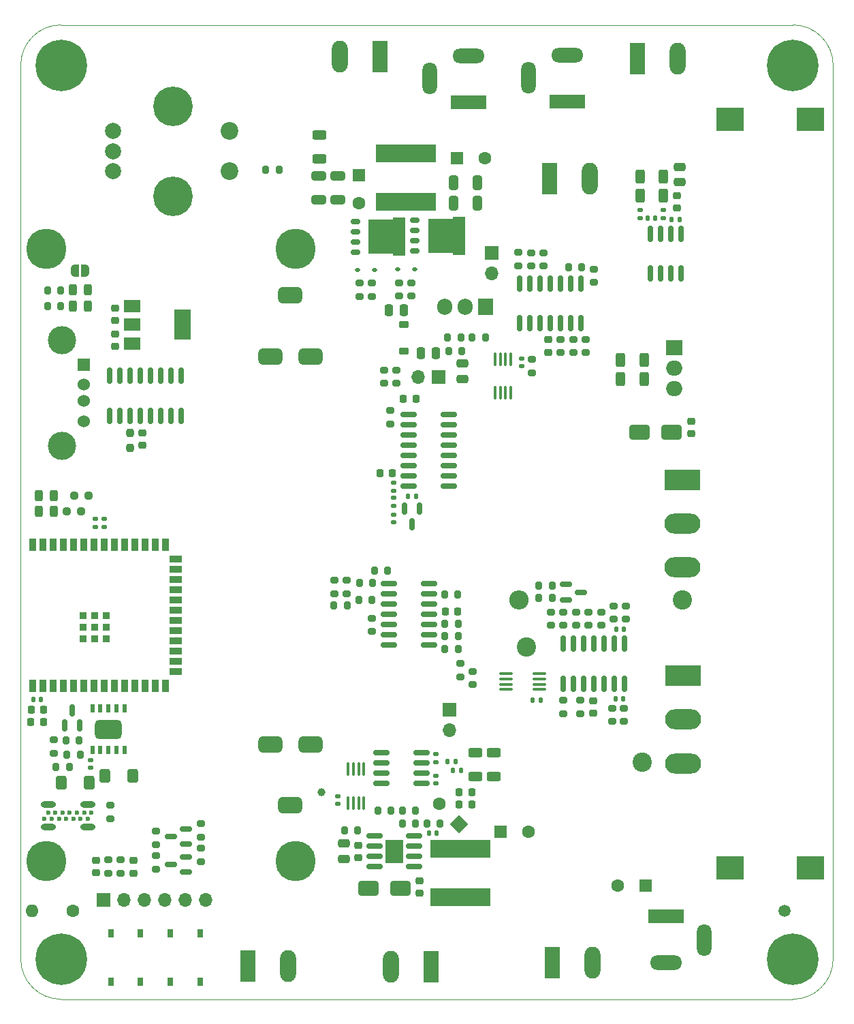
<source format=gbr>
%TF.GenerationSoftware,KiCad,Pcbnew,7.0.8*%
%TF.CreationDate,2023-10-31T22:13:39+02:00*%
%TF.ProjectId,Small_load_V1,536d616c-6c5f-46c6-9f61-645f56312e6b,rev?*%
%TF.SameCoordinates,Original*%
%TF.FileFunction,Soldermask,Top*%
%TF.FilePolarity,Negative*%
%FSLAX46Y46*%
G04 Gerber Fmt 4.6, Leading zero omitted, Abs format (unit mm)*
G04 Created by KiCad (PCBNEW 7.0.8) date 2023-10-31 22:13:39*
%MOMM*%
%LPD*%
G01*
G04 APERTURE LIST*
G04 Aperture macros list*
%AMRoundRect*
0 Rectangle with rounded corners*
0 $1 Rounding radius*
0 $2 $3 $4 $5 $6 $7 $8 $9 X,Y pos of 4 corners*
0 Add a 4 corners polygon primitive as box body*
4,1,4,$2,$3,$4,$5,$6,$7,$8,$9,$2,$3,0*
0 Add four circle primitives for the rounded corners*
1,1,$1+$1,$2,$3*
1,1,$1+$1,$4,$5*
1,1,$1+$1,$6,$7*
1,1,$1+$1,$8,$9*
0 Add four rect primitives between the rounded corners*
20,1,$1+$1,$2,$3,$4,$5,0*
20,1,$1+$1,$4,$5,$6,$7,0*
20,1,$1+$1,$6,$7,$8,$9,0*
20,1,$1+$1,$8,$9,$2,$3,0*%
%AMHorizOval*
0 Thick line with rounded ends*
0 $1 width*
0 $2 $3 position (X,Y) of the first rounded end (center of the circle)*
0 $4 $5 position (X,Y) of the second rounded end (center of the circle)*
0 Add line between two ends*
20,1,$1,$2,$3,$4,$5,0*
0 Add two circle primitives to create the rounded ends*
1,1,$1,$2,$3*
1,1,$1,$4,$5*%
%AMRotRect*
0 Rectangle, with rotation*
0 The origin of the aperture is its center*
0 $1 length*
0 $2 width*
0 $3 Rotation angle, in degrees counterclockwise*
0 Add horizontal line*
21,1,$1,$2,0,0,$3*%
%AMFreePoly0*
4,1,19,0.500000,-0.750000,0.000000,-0.750000,0.000000,-0.744911,-0.071157,-0.744911,-0.207708,-0.704816,-0.327430,-0.627875,-0.420627,-0.520320,-0.479746,-0.390866,-0.500000,-0.250000,-0.500000,0.250000,-0.479746,0.390866,-0.420627,0.520320,-0.327430,0.627875,-0.207708,0.704816,-0.071157,0.744911,0.000000,0.744911,0.000000,0.750000,0.500000,0.750000,0.500000,-0.750000,0.500000,-0.750000,
$1*%
%AMFreePoly1*
4,1,19,0.000000,0.744911,0.071157,0.744911,0.207708,0.704816,0.327430,0.627875,0.420627,0.520320,0.479746,0.390866,0.500000,0.250000,0.500000,-0.250000,0.479746,-0.390866,0.420627,-0.520320,0.327430,-0.627875,0.207708,-0.704816,0.071157,-0.744911,0.000000,-0.744911,0.000000,-0.750000,-0.500000,-0.750000,-0.500000,0.750000,0.000000,0.750000,0.000000,0.744911,0.000000,0.744911,
$1*%
G04 Aperture macros list end*
%ADD10RoundRect,0.200000X-0.275000X0.200000X-0.275000X-0.200000X0.275000X-0.200000X0.275000X0.200000X0*%
%ADD11R,0.700000X1.000000*%
%ADD12RoundRect,0.112500X-0.187500X-0.112500X0.187500X-0.112500X0.187500X0.112500X-0.187500X0.112500X0*%
%ADD13R,4.400000X1.800000*%
%ADD14O,4.000000X1.800000*%
%ADD15O,1.800000X4.000000*%
%ADD16RoundRect,0.250000X-0.650000X0.325000X-0.650000X-0.325000X0.650000X-0.325000X0.650000X0.325000X0*%
%ADD17RoundRect,0.150000X0.150000X-0.825000X0.150000X0.825000X-0.150000X0.825000X-0.150000X-0.825000X0*%
%ADD18RoundRect,0.225000X0.250000X-0.225000X0.250000X0.225000X-0.250000X0.225000X-0.250000X-0.225000X0*%
%ADD19RoundRect,0.200000X0.200000X0.275000X-0.200000X0.275000X-0.200000X-0.275000X0.200000X-0.275000X0*%
%ADD20RoundRect,0.135000X-0.185000X0.135000X-0.185000X-0.135000X0.185000X-0.135000X0.185000X0.135000X0*%
%ADD21RoundRect,0.200000X-0.200000X-0.275000X0.200000X-0.275000X0.200000X0.275000X-0.200000X0.275000X0*%
%ADD22RoundRect,0.243750X0.243750X0.456250X-0.243750X0.456250X-0.243750X-0.456250X0.243750X-0.456250X0*%
%ADD23R,1.524000X1.524000*%
%ADD24C,1.524000*%
%ADD25C,3.500000*%
%ADD26R,1.700000X1.700000*%
%ADD27O,1.700000X1.700000*%
%ADD28RoundRect,0.600000X1.100000X-0.600000X1.100000X0.600000X-1.100000X0.600000X-1.100000X-0.600000X0*%
%ADD29R,0.510000X1.100000*%
%ADD30RoundRect,0.225000X0.225000X0.250000X-0.225000X0.250000X-0.225000X-0.250000X0.225000X-0.250000X0*%
%ADD31RoundRect,0.200000X0.275000X-0.200000X0.275000X0.200000X-0.275000X0.200000X-0.275000X-0.200000X0*%
%ADD32RoundRect,0.140000X0.170000X-0.140000X0.170000X0.140000X-0.170000X0.140000X-0.170000X-0.140000X0*%
%ADD33RoundRect,0.140000X-0.170000X0.140000X-0.170000X-0.140000X0.170000X-0.140000X0.170000X0.140000X0*%
%ADD34RoundRect,0.225000X-0.250000X0.225000X-0.250000X-0.225000X0.250000X-0.225000X0.250000X0.225000X0*%
%ADD35C,3.600000*%
%ADD36C,6.400000*%
%ADD37R,1.980000X3.960000*%
%ADD38O,1.980000X3.960000*%
%ADD39RoundRect,0.140000X-0.140000X-0.170000X0.140000X-0.170000X0.140000X0.170000X-0.140000X0.170000X0*%
%ADD40R,1.510000X4.710000*%
%ADD41R,3.100000X4.210000*%
%ADD42RoundRect,0.175000X-0.400000X0.175000X-0.400000X-0.175000X0.400000X-0.175000X0.400000X0.175000X0*%
%ADD43RoundRect,0.250000X0.475000X-0.250000X0.475000X0.250000X-0.475000X0.250000X-0.475000X-0.250000X0*%
%ADD44C,2.000000*%
%ADD45C,4.920000*%
%ADD46C,2.200000*%
%ADD47R,2.000000X1.905000*%
%ADD48O,2.000000X1.905000*%
%ADD49C,5.000000*%
%ADD50RoundRect,0.140000X0.140000X0.170000X-0.140000X0.170000X-0.140000X-0.170000X0.140000X-0.170000X0*%
%ADD51R,4.500000X2.500000*%
%ADD52O,4.500000X2.500000*%
%ADD53RoundRect,0.135000X-0.135000X-0.185000X0.135000X-0.185000X0.135000X0.185000X-0.135000X0.185000X0*%
%ADD54RoundRect,0.237500X0.237500X-0.250000X0.237500X0.250000X-0.237500X0.250000X-0.237500X-0.250000X0*%
%ADD55R,7.500000X2.200000*%
%ADD56RoundRect,0.243750X-0.243750X-0.456250X0.243750X-0.456250X0.243750X0.456250X-0.243750X0.456250X0*%
%ADD57R,1.905000X2.000000*%
%ADD58O,1.905000X2.000000*%
%ADD59RoundRect,0.250000X1.000000X0.650000X-1.000000X0.650000X-1.000000X-0.650000X1.000000X-0.650000X0*%
%ADD60RoundRect,0.250000X-0.475000X0.250000X-0.475000X-0.250000X0.475000X-0.250000X0.475000X0.250000X0*%
%ADD61RoundRect,0.150000X-0.150000X0.587500X-0.150000X-0.587500X0.150000X-0.587500X0.150000X0.587500X0*%
%ADD62C,1.500000*%
%ADD63RoundRect,0.100000X0.100000X-0.712500X0.100000X0.712500X-0.100000X0.712500X-0.100000X-0.712500X0*%
%ADD64RoundRect,0.250000X-0.312500X-0.625000X0.312500X-0.625000X0.312500X0.625000X-0.312500X0.625000X0*%
%ADD65RoundRect,0.250000X-0.400000X-0.600000X0.400000X-0.600000X0.400000X0.600000X-0.400000X0.600000X0*%
%ADD66RoundRect,0.250000X0.625000X-0.312500X0.625000X0.312500X-0.625000X0.312500X-0.625000X-0.312500X0*%
%ADD67RoundRect,0.250000X0.250000X0.475000X-0.250000X0.475000X-0.250000X-0.475000X0.250000X-0.475000X0*%
%ADD68RoundRect,0.150000X0.587500X0.150000X-0.587500X0.150000X-0.587500X-0.150000X0.587500X-0.150000X0*%
%ADD69RoundRect,0.135000X0.185000X-0.135000X0.185000X0.135000X-0.185000X0.135000X-0.185000X-0.135000X0*%
%ADD70RoundRect,0.237500X0.250000X0.237500X-0.250000X0.237500X-0.250000X-0.237500X0.250000X-0.237500X0*%
%ADD71RoundRect,0.250000X-0.325000X-0.650000X0.325000X-0.650000X0.325000X0.650000X-0.325000X0.650000X0*%
%ADD72RoundRect,0.112500X0.187500X0.112500X-0.187500X0.112500X-0.187500X-0.112500X0.187500X-0.112500X0*%
%ADD73RoundRect,0.150000X0.825000X0.150000X-0.825000X0.150000X-0.825000X-0.150000X0.825000X-0.150000X0*%
%ADD74RoundRect,0.225000X-0.375000X0.225000X-0.375000X-0.225000X0.375000X-0.225000X0.375000X0.225000X0*%
%ADD75R,3.500000X3.000000*%
%ADD76C,1.000000*%
%ADD77RoundRect,0.100000X-0.100000X0.712500X-0.100000X-0.712500X0.100000X-0.712500X0.100000X0.712500X0*%
%ADD78R,0.900000X1.500000*%
%ADD79R,1.500000X0.900000*%
%ADD80R,0.900000X0.900000*%
%ADD81C,0.600000*%
%ADD82O,1.900000X0.800000*%
%ADD83RoundRect,0.135000X0.135000X0.185000X-0.135000X0.185000X-0.135000X-0.185000X0.135000X-0.185000X0*%
%ADD84RoundRect,0.250000X0.312500X0.625000X-0.312500X0.625000X-0.312500X-0.625000X0.312500X-0.625000X0*%
%ADD85FreePoly0,180.000000*%
%ADD86FreePoly1,180.000000*%
%ADD87RoundRect,0.150000X-0.825000X-0.150000X0.825000X-0.150000X0.825000X0.150000X-0.825000X0.150000X0*%
%ADD88RoundRect,0.225000X-0.225000X-0.250000X0.225000X-0.250000X0.225000X0.250000X-0.225000X0.250000X0*%
%ADD89RoundRect,0.100000X0.712500X0.100000X-0.712500X0.100000X-0.712500X-0.100000X0.712500X-0.100000X0*%
%ADD90RoundRect,0.150000X-0.587500X-0.150000X0.587500X-0.150000X0.587500X0.150000X-0.587500X0.150000X0*%
%ADD91RoundRect,0.150000X0.150000X-0.587500X0.150000X0.587500X-0.150000X0.587500X-0.150000X-0.587500X0*%
%ADD92RoundRect,0.250000X-1.000000X-0.650000X1.000000X-0.650000X1.000000X0.650000X-1.000000X0.650000X0*%
%ADD93R,2.290000X3.000000*%
%ADD94R,2.000000X1.500000*%
%ADD95R,2.000000X3.800000*%
%ADD96RoundRect,0.500000X1.000000X0.500000X-1.000000X0.500000X-1.000000X-0.500000X1.000000X-0.500000X0*%
%ADD97RoundRect,0.500000X-1.000000X-0.500000X1.000000X-0.500000X1.000000X0.500000X-1.000000X0.500000X0*%
%ADD98C,2.400000*%
%ADD99HorizOval,2.400000X0.000000X0.000000X0.000000X0.000000X0*%
%ADD100C,1.600000*%
%ADD101O,1.600000X1.600000*%
%ADD102RotRect,1.600000X1.600000X135.000000*%
%ADD103O,2.400000X2.400000*%
%ADD104R,1.600000X1.600000*%
%TA.AperFunction,Profile*%
%ADD105C,0.100000*%
%TD*%
G04 APERTURE END LIST*
D10*
%TO.C,R18*%
X72425000Y-149225000D03*
X72425000Y-150875000D03*
%TD*%
D11*
%TO.C,SW4*%
X64900000Y-162800000D03*
X64900000Y-168800000D03*
X61200000Y-162800000D03*
X61200000Y-168800000D03*
%TD*%
D12*
%TO.C,D2*%
X96850000Y-80350000D03*
X98950000Y-80350000D03*
%TD*%
D13*
%TO.C,J3*%
X105650000Y-59650000D03*
D14*
X105650000Y-53850000D03*
D15*
X100850000Y-56650000D03*
%TD*%
D16*
%TO.C,C14*%
X87050000Y-68725000D03*
X87050000Y-71675000D03*
%TD*%
D17*
%TO.C,U16*%
X61055000Y-98525000D03*
X62325000Y-98525000D03*
X63595000Y-98525000D03*
X64865000Y-98525000D03*
X66135000Y-98525000D03*
X67405000Y-98525000D03*
X68675000Y-98525000D03*
X69945000Y-98525000D03*
X69945000Y-93575000D03*
X68675000Y-93575000D03*
X67405000Y-93575000D03*
X66135000Y-93575000D03*
X64865000Y-93575000D03*
X63595000Y-93575000D03*
X62325000Y-93575000D03*
X61055000Y-93575000D03*
%TD*%
D10*
%TO.C,R24*%
X121290000Y-80350000D03*
X121290000Y-82000000D03*
%TD*%
%TO.C,R46*%
X117140000Y-89050000D03*
X117140000Y-90700000D03*
%TD*%
D18*
%TO.C,C39*%
X91950000Y-153450000D03*
X91950000Y-151900000D03*
%TD*%
D19*
%TO.C,R40*%
X99075000Y-149150000D03*
X97425000Y-149150000D03*
%TD*%
D20*
%TO.C,R30*%
X129900000Y-72990000D03*
X129900000Y-74010000D03*
%TD*%
D21*
%TO.C,R64*%
X94375000Y-147600000D03*
X96025000Y-147600000D03*
%TD*%
D10*
%TO.C,R83*%
X61150000Y-146925000D03*
X61150000Y-148575000D03*
%TD*%
D22*
%TO.C,D6*%
X54087500Y-108450000D03*
X52212500Y-108450000D03*
%TD*%
D23*
%TO.C,J1*%
X57827500Y-92200000D03*
D24*
X57827500Y-94700000D03*
X57827500Y-96700000D03*
X57827500Y-99200000D03*
D25*
X55117500Y-89130000D03*
X55117500Y-102270000D03*
%TD*%
D19*
%TO.C,R61*%
X107775000Y-88800000D03*
X106125000Y-88800000D03*
%TD*%
D26*
%TO.C,J15*%
X103300000Y-135025000D03*
D27*
X103300000Y-137565000D03*
%TD*%
D10*
%TO.C,R51*%
X119025000Y-122925000D03*
X119025000Y-124575000D03*
%TD*%
D28*
%TO.C,U15*%
X60850000Y-137475000D03*
D29*
X58910000Y-140015000D03*
X59910000Y-140015000D03*
X60910000Y-140015000D03*
X61910000Y-140015000D03*
X62910000Y-140015000D03*
X62910000Y-134915000D03*
X61910000Y-134915000D03*
X60910000Y-134915000D03*
X59910000Y-134915000D03*
X58910000Y-134915000D03*
%TD*%
D30*
%TO.C,C36*%
X106075000Y-145250000D03*
X104525000Y-145250000D03*
%TD*%
D31*
%TO.C,R14*%
X66825000Y-154825000D03*
X66825000Y-153175000D03*
%TD*%
D17*
%TO.C,U13*%
X128245000Y-80875000D03*
X129515000Y-80875000D03*
X130785000Y-80875000D03*
X132055000Y-80875000D03*
X132055000Y-75925000D03*
X130785000Y-75925000D03*
X129515000Y-75925000D03*
X128245000Y-75925000D03*
%TD*%
D32*
%TO.C,C19*%
X112250000Y-92390000D03*
X112250000Y-91430000D03*
%TD*%
D20*
%TO.C,R29*%
X127000000Y-72990000D03*
X127000000Y-74010000D03*
%TD*%
D33*
%TO.C,C33*%
X101650000Y-143220000D03*
X101650000Y-144180000D03*
%TD*%
D34*
%TO.C,C15*%
X99550000Y-156275000D03*
X99550000Y-157825000D03*
%TD*%
D35*
%TO.C,H1*%
X55000000Y-55000000D03*
D36*
X55000000Y-55000000D03*
%TD*%
D30*
%TO.C,C35*%
X106075000Y-146800000D03*
X104525000Y-146800000D03*
%TD*%
D37*
%TO.C,J16*%
X78250000Y-166850000D03*
D38*
X83250000Y-166850000D03*
%TD*%
D39*
%TO.C,C20*%
X51550000Y-133750000D03*
X52510000Y-133750000D03*
%TD*%
D19*
%TO.C,R85*%
X57275000Y-138825000D03*
X55625000Y-138825000D03*
%TD*%
D18*
%TO.C,C22*%
X133350000Y-100775000D03*
X133350000Y-99225000D03*
%TD*%
D40*
%TO.C,Q6*%
X97050000Y-76310000D03*
D41*
X94764000Y-76310000D03*
D42*
X91600000Y-74410000D03*
X91600000Y-75680000D03*
X91600000Y-76950000D03*
X91600000Y-78220000D03*
%TD*%
D43*
%TO.C,C26*%
X131900000Y-69550000D03*
X131900000Y-67650000D03*
%TD*%
D34*
%TO.C,C34*%
X131600000Y-71175000D03*
X131600000Y-72725000D03*
%TD*%
D16*
%TO.C,C13*%
X89450000Y-68725000D03*
X89450000Y-71675000D03*
%TD*%
D44*
%TO.C,SW3*%
X61450000Y-63200000D03*
X61450000Y-68200000D03*
X61450000Y-65700000D03*
D45*
X68950000Y-60100000D03*
X68950000Y-71300000D03*
D46*
X75950000Y-63200000D03*
X75950000Y-68200000D03*
%TD*%
D19*
%TO.C,R31*%
X82125000Y-68000000D03*
X80475000Y-68000000D03*
%TD*%
D21*
%TO.C,R77*%
X92025000Y-121400000D03*
X93675000Y-121400000D03*
%TD*%
D47*
%TO.C,Q8*%
X131205000Y-90060000D03*
D48*
X131205000Y-92600000D03*
X131205000Y-95140000D03*
%TD*%
D18*
%TO.C,C6*%
X59350000Y-155300000D03*
X59350000Y-153750000D03*
%TD*%
D19*
%TO.C,R54*%
X116050000Y-119620000D03*
X114400000Y-119620000D03*
%TD*%
D21*
%TO.C,R82*%
X55725000Y-140600000D03*
X57375000Y-140600000D03*
%TD*%
D49*
%TO.C,U12*%
X53150000Y-153850000D03*
X84150000Y-153850000D03*
X53150000Y-77850000D03*
X84150000Y-77850000D03*
%TD*%
D50*
%TO.C,C37*%
X124980000Y-125050000D03*
X124020000Y-125050000D03*
%TD*%
D17*
%TO.C,U8*%
X117440000Y-131825000D03*
X118710000Y-131825000D03*
X119980000Y-131825000D03*
X121250000Y-131825000D03*
X122520000Y-131825000D03*
X123790000Y-131825000D03*
X125060000Y-131825000D03*
X125060000Y-126875000D03*
X123790000Y-126875000D03*
X122520000Y-126875000D03*
X121250000Y-126875000D03*
X119980000Y-126875000D03*
X118710000Y-126875000D03*
X117440000Y-126875000D03*
%TD*%
D37*
%TO.C,J7*%
X126635000Y-54200000D03*
D38*
X131635000Y-54200000D03*
%TD*%
D10*
%TO.C,R65*%
X93625000Y-123665000D03*
X93625000Y-125315000D03*
%TD*%
D51*
%TO.C,Q10*%
X132277500Y-106480000D03*
D52*
X132277500Y-111930000D03*
X132277500Y-117380000D03*
%TD*%
D37*
%TO.C,J8*%
X116100000Y-166450000D03*
D38*
X121100000Y-166450000D03*
%TD*%
D39*
%TO.C,C1*%
X113670000Y-133850000D03*
X114630000Y-133850000D03*
%TD*%
D19*
%TO.C,R39*%
X99075000Y-147600000D03*
X97425000Y-147600000D03*
%TD*%
D31*
%TO.C,R79*%
X113525000Y-93187500D03*
X113525000Y-91537500D03*
%TD*%
D53*
%TO.C,R5*%
X98140000Y-108550000D03*
X99160000Y-108550000D03*
%TD*%
D54*
%TO.C,R56*%
X63600000Y-102512500D03*
X63600000Y-100687500D03*
%TD*%
D10*
%TO.C,R12*%
X118690000Y-89050000D03*
X118690000Y-90700000D03*
%TD*%
D31*
%TO.C,R17*%
X72425000Y-153925000D03*
X72425000Y-152275000D03*
%TD*%
D55*
%TO.C,L2*%
X104650000Y-158350000D03*
X104650000Y-152350000D03*
%TD*%
D56*
%TO.C,D11*%
X56462500Y-82900000D03*
X58337500Y-82900000D03*
%TD*%
D35*
%TO.C,H4*%
X55000000Y-166000000D03*
D36*
X55000000Y-166000000D03*
%TD*%
D17*
%TO.C,U2*%
X112040000Y-87075000D03*
X113310000Y-87075000D03*
X114580000Y-87075000D03*
X115850000Y-87075000D03*
X117120000Y-87075000D03*
X118390000Y-87075000D03*
X119660000Y-87075000D03*
X119660000Y-82125000D03*
X118390000Y-82125000D03*
X117120000Y-82125000D03*
X115850000Y-82125000D03*
X114580000Y-82125000D03*
X113310000Y-82125000D03*
X112040000Y-82125000D03*
%TD*%
D40*
%TO.C,Q4*%
X104450000Y-76190000D03*
D41*
X102164000Y-76190000D03*
D42*
X99000000Y-74290000D03*
X99000000Y-75560000D03*
X99000000Y-76830000D03*
X99000000Y-78100000D03*
%TD*%
D13*
%TO.C,J4*%
X130200000Y-160700000D03*
D14*
X130200000Y-166500000D03*
D15*
X135000000Y-163700000D03*
%TD*%
D31*
%TO.C,R9*%
X62450000Y-155350000D03*
X62450000Y-153700000D03*
%TD*%
D10*
%TO.C,R20*%
X98550000Y-82025000D03*
X98550000Y-83675000D03*
%TD*%
D51*
%TO.C,Q3*%
X132317500Y-130800000D03*
D52*
X132317500Y-136250000D03*
X132317500Y-141700000D03*
%TD*%
D34*
%TO.C,C23*%
X65150000Y-100675000D03*
X65150000Y-102225000D03*
%TD*%
D57*
%TO.C,U18*%
X107790000Y-85005000D03*
D58*
X105250000Y-85005000D03*
X102710000Y-85005000D03*
%TD*%
D34*
%TO.C,C21*%
X121150000Y-133925000D03*
X121150000Y-135475000D03*
%TD*%
D30*
%TO.C,C41*%
X99125000Y-96450000D03*
X97575000Y-96450000D03*
%TD*%
D19*
%TO.C,R53*%
X116050000Y-121150000D03*
X114400000Y-121150000D03*
%TD*%
%TO.C,R66*%
X104400000Y-127490000D03*
X102750000Y-127490000D03*
%TD*%
D59*
%TO.C,D4*%
X130900000Y-100600000D03*
X126900000Y-100600000D03*
%TD*%
D19*
%TO.C,R78*%
X95600000Y-117740000D03*
X93950000Y-117740000D03*
%TD*%
D21*
%TO.C,R62*%
X103075000Y-88800000D03*
X104725000Y-88800000D03*
%TD*%
D60*
%TO.C,C40*%
X90150000Y-151675000D03*
X90150000Y-153575000D03*
%TD*%
D61*
%TO.C,U5*%
X99610000Y-110102500D03*
X97710000Y-110102500D03*
X98660000Y-111977500D03*
%TD*%
D62*
%TO.C,FID2*%
X145000000Y-160050000D03*
%TD*%
D10*
%TO.C,R43*%
X115925000Y-122925000D03*
X115925000Y-124575000D03*
%TD*%
D33*
%TO.C,C4*%
X96350000Y-106870000D03*
X96350000Y-107830000D03*
%TD*%
D63*
%TO.C,U9*%
X90725000Y-146662500D03*
X91375000Y-146662500D03*
X92025000Y-146662500D03*
X92675000Y-146662500D03*
X92675000Y-142437500D03*
X92025000Y-142437500D03*
X91375000Y-142437500D03*
X90725000Y-142437500D03*
%TD*%
D64*
%TO.C,R60*%
X124587500Y-93970000D03*
X127512500Y-93970000D03*
%TD*%
D30*
%TO.C,C5*%
X96200000Y-105650000D03*
X94650000Y-105650000D03*
%TD*%
D65*
%TO.C,D8*%
X60450000Y-143250000D03*
X63950000Y-143250000D03*
%TD*%
D50*
%TO.C,C3*%
X124880000Y-133700000D03*
X123920000Y-133700000D03*
%TD*%
D66*
%TO.C,R48*%
X108830000Y-143312500D03*
X108830000Y-140387500D03*
%TD*%
D10*
%TO.C,R26*%
X111890000Y-78250000D03*
X111890000Y-79900000D03*
%TD*%
D67*
%TO.C,C8*%
X101650000Y-90750000D03*
X99750000Y-90750000D03*
%TD*%
D21*
%TO.C,R69*%
X102750000Y-124390000D03*
X104400000Y-124390000D03*
%TD*%
D19*
%TO.C,R67*%
X104350000Y-120740000D03*
X102700000Y-120740000D03*
%TD*%
D33*
%TO.C,C16*%
X89400000Y-145790000D03*
X89400000Y-146750000D03*
%TD*%
D65*
%TO.C,D9*%
X55000000Y-144100000D03*
X58500000Y-144100000D03*
%TD*%
D19*
%TO.C,R68*%
X104400000Y-125940000D03*
X102750000Y-125940000D03*
%TD*%
D68*
%TO.C,Q1*%
X70550000Y-155200000D03*
X70550000Y-153300000D03*
X68675000Y-154250000D03*
%TD*%
D31*
%TO.C,R27*%
X125000000Y-136525000D03*
X125000000Y-134875000D03*
%TD*%
D39*
%TO.C,C17*%
X127920000Y-74000000D03*
X128880000Y-74000000D03*
%TD*%
D32*
%TO.C,C2*%
X96350000Y-111780000D03*
X96350000Y-110820000D03*
%TD*%
D37*
%TO.C,J11*%
X115735000Y-69050000D03*
D38*
X120735000Y-69050000D03*
%TD*%
D55*
%TO.C,L1*%
X97850000Y-71950000D03*
X97850000Y-65950000D03*
%TD*%
D69*
%TO.C,R35*%
X60350000Y-112360000D03*
X60350000Y-111340000D03*
%TD*%
D31*
%TO.C,R75*%
X95200000Y-94525000D03*
X95200000Y-92875000D03*
%TD*%
D69*
%TO.C,R80*%
X59300000Y-112360000D03*
X59300000Y-111340000D03*
%TD*%
D70*
%TO.C,R57*%
X57512500Y-110450000D03*
X55687500Y-110450000D03*
%TD*%
D31*
%TO.C,R19*%
X97000000Y-83675000D03*
X97000000Y-82025000D03*
%TD*%
D66*
%TO.C,R45*%
X106500000Y-143312500D03*
X106500000Y-140387500D03*
%TD*%
D71*
%TO.C,C9*%
X103825000Y-69600000D03*
X106775000Y-69600000D03*
%TD*%
D11*
%TO.C,SW1*%
X72272500Y-162805000D03*
X72272500Y-168805000D03*
X68572500Y-162805000D03*
X68572500Y-168805000D03*
%TD*%
D72*
%TO.C,D3*%
X94000000Y-80400000D03*
X91900000Y-80400000D03*
%TD*%
D73*
%TO.C,U19*%
X100750000Y-127000000D03*
X100750000Y-125730000D03*
X100750000Y-124460000D03*
X100750000Y-123190000D03*
X100750000Y-121920000D03*
X100750000Y-120650000D03*
X100750000Y-119380000D03*
X95800000Y-119380000D03*
X95800000Y-120650000D03*
X95800000Y-121920000D03*
X95800000Y-123190000D03*
X95800000Y-124460000D03*
X95800000Y-125730000D03*
X95800000Y-127000000D03*
%TD*%
D21*
%TO.C,R74*%
X88950000Y-122090000D03*
X90600000Y-122090000D03*
%TD*%
D64*
%TO.C,R25*%
X124587500Y-91650000D03*
X127512500Y-91650000D03*
%TD*%
D74*
%TO.C,D1*%
X97600000Y-87250000D03*
X97600000Y-90550000D03*
%TD*%
D70*
%TO.C,R58*%
X58462500Y-108500000D03*
X56637500Y-108500000D03*
%TD*%
D19*
%TO.C,R8*%
X54995000Y-82945000D03*
X53345000Y-82945000D03*
%TD*%
D30*
%TO.C,C30*%
X52805000Y-136600000D03*
X51255000Y-136600000D03*
%TD*%
D75*
%TO.C,HS1*%
X138217500Y-154700000D03*
X148217500Y-154700000D03*
X138217500Y-61700000D03*
X148217500Y-61700000D03*
%TD*%
D31*
%TO.C,R70*%
X89025000Y-120615000D03*
X89025000Y-118965000D03*
%TD*%
D76*
%TO.C,TP1*%
X87350000Y-145250000D03*
%TD*%
D21*
%TO.C,R84*%
X54375000Y-142150000D03*
X56025000Y-142150000D03*
%TD*%
D66*
%TO.C,R73*%
X87150000Y-66612500D03*
X87150000Y-63687500D03*
%TD*%
D18*
%TO.C,C7*%
X64000000Y-155325000D03*
X64000000Y-153775000D03*
%TD*%
D77*
%TO.C,U10*%
X110925000Y-91487500D03*
X110275000Y-91487500D03*
X109625000Y-91487500D03*
X108975000Y-91487500D03*
X108975000Y-95712500D03*
X109625000Y-95712500D03*
X110275000Y-95712500D03*
X110925000Y-95712500D03*
%TD*%
D18*
%TO.C,C25*%
X61750000Y-86725000D03*
X61750000Y-85175000D03*
%TD*%
D31*
%TO.C,R1*%
X123500000Y-136525000D03*
X123500000Y-134875000D03*
%TD*%
%TO.C,R41*%
X106200000Y-131925000D03*
X106200000Y-130275000D03*
%TD*%
D37*
%TO.C,J5*%
X101030000Y-167000000D03*
D38*
X96030000Y-167000000D03*
%TD*%
D78*
%TO.C,U3*%
X51470000Y-132050000D03*
X52740000Y-132050000D03*
X54010000Y-132050000D03*
X55280000Y-132050000D03*
X56550000Y-132050000D03*
X57820000Y-132050000D03*
X59090000Y-132050000D03*
X60360000Y-132050000D03*
X61630000Y-132050000D03*
X62900000Y-132050000D03*
X64170000Y-132050000D03*
X65440000Y-132050000D03*
X66710000Y-132050000D03*
X67980000Y-132050000D03*
D79*
X69230000Y-130285000D03*
X69230000Y-129015000D03*
X69230000Y-127745000D03*
X69230000Y-126475000D03*
X69230000Y-125205000D03*
X69230000Y-123935000D03*
X69230000Y-122665000D03*
X69230000Y-121395000D03*
X69230000Y-120125000D03*
X69230000Y-118855000D03*
X69230000Y-117585000D03*
X69230000Y-116315000D03*
D78*
X67980000Y-114550000D03*
X66710000Y-114550000D03*
X65440000Y-114550000D03*
X64170000Y-114550000D03*
X62900000Y-114550000D03*
X61630000Y-114550000D03*
X60360000Y-114550000D03*
X59090000Y-114550000D03*
X57820000Y-114550000D03*
X56550000Y-114550000D03*
X55280000Y-114550000D03*
X54010000Y-114550000D03*
X52740000Y-114550000D03*
X51470000Y-114550000D03*
D80*
X57790000Y-126200000D03*
X59190000Y-126200000D03*
X60590000Y-126200000D03*
X60590000Y-126200000D03*
X57790000Y-124800000D03*
X57790000Y-124800000D03*
X59190000Y-124800000D03*
X60590000Y-124800000D03*
X57790000Y-123400000D03*
X59190000Y-123400000D03*
X60590000Y-123400000D03*
%TD*%
D35*
%TO.C,H3*%
X146000000Y-166000000D03*
D36*
X146000000Y-166000000D03*
%TD*%
D68*
%TO.C,Q2*%
X70550000Y-151750000D03*
X70550000Y-149850000D03*
X68675000Y-150800000D03*
%TD*%
D31*
%TO.C,R42*%
X117450000Y-135525000D03*
X117450000Y-133875000D03*
%TD*%
D69*
%TO.C,R4*%
X96350000Y-109760000D03*
X96350000Y-108740000D03*
%TD*%
D10*
%TO.C,R52*%
X117475000Y-122900000D03*
X117475000Y-124550000D03*
%TD*%
D19*
%TO.C,R11*%
X119765000Y-80075000D03*
X118115000Y-80075000D03*
%TD*%
D73*
%TO.C,U4*%
X103175000Y-107245000D03*
X103175000Y-105975000D03*
X103175000Y-104705000D03*
X103175000Y-103435000D03*
X103175000Y-102165000D03*
X103175000Y-100895000D03*
X103175000Y-99625000D03*
X103175000Y-98355000D03*
X98225000Y-98355000D03*
X98225000Y-99625000D03*
X98225000Y-100895000D03*
X98225000Y-102165000D03*
X98225000Y-103435000D03*
X98225000Y-104705000D03*
X98225000Y-105975000D03*
X98225000Y-107245000D03*
%TD*%
D37*
%TO.C,J6*%
X94650000Y-53950000D03*
D38*
X89650000Y-53950000D03*
%TD*%
D81*
%TO.C,J14*%
X53400000Y-147830000D03*
X54300000Y-147830000D03*
X55200000Y-147830000D03*
X56100000Y-147830000D03*
X57000000Y-147830000D03*
X57900000Y-147830000D03*
X58800000Y-147830000D03*
X58350000Y-148610000D03*
X57450000Y-148610000D03*
X56550000Y-148610000D03*
X55650000Y-148610000D03*
X54750000Y-148610000D03*
X53850000Y-148610000D03*
X52950000Y-148610000D03*
D82*
X58350000Y-146790000D03*
X53400000Y-146790000D03*
X58350000Y-149650000D03*
X53400000Y-149650000D03*
%TD*%
D31*
%TO.C,R36*%
X104650000Y-130975000D03*
X104650000Y-129325000D03*
%TD*%
D10*
%TO.C,R81*%
X54100000Y-138775000D03*
X54100000Y-140425000D03*
%TD*%
D21*
%TO.C,R38*%
X100475000Y-149150000D03*
X102125000Y-149150000D03*
%TD*%
D31*
%TO.C,R21*%
X92100000Y-83725000D03*
X92100000Y-82075000D03*
%TD*%
D34*
%TO.C,C11*%
X115590000Y-89100000D03*
X115590000Y-90650000D03*
%TD*%
D83*
%TO.C,R49*%
X104710000Y-142600000D03*
X103690000Y-142600000D03*
%TD*%
D26*
%TO.C,J13*%
X101975000Y-93700000D03*
D27*
X99435000Y-93700000D03*
%TD*%
D84*
%TO.C,R28*%
X129925000Y-71200000D03*
X127000000Y-71200000D03*
%TD*%
D10*
%TO.C,R23*%
X93650000Y-82075000D03*
X93650000Y-83725000D03*
%TD*%
D85*
%TO.C,JP2*%
X58000000Y-80550000D03*
D86*
X56700000Y-80550000D03*
%TD*%
D26*
%TO.C,J9*%
X108550000Y-78360000D03*
D27*
X108550000Y-80900000D03*
%TD*%
D56*
%TO.C,D12*%
X56462500Y-84895000D03*
X58337500Y-84895000D03*
%TD*%
D19*
%TO.C,R71*%
X93750000Y-119340000D03*
X92100000Y-119340000D03*
%TD*%
D10*
%TO.C,R7*%
X123700000Y-122175000D03*
X123700000Y-123825000D03*
%TD*%
D83*
%TO.C,R50*%
X104060000Y-141500000D03*
X103040000Y-141500000D03*
%TD*%
D67*
%TO.C,C12*%
X97650000Y-85450000D03*
X95750000Y-85450000D03*
%TD*%
D31*
%TO.C,R55*%
X120240000Y-90700000D03*
X120240000Y-89050000D03*
%TD*%
D87*
%TO.C,U14*%
X94875000Y-140395000D03*
X94875000Y-141665000D03*
X94875000Y-142935000D03*
X94875000Y-144205000D03*
X99825000Y-144205000D03*
X99825000Y-142935000D03*
X99825000Y-141665000D03*
X99825000Y-140395000D03*
%TD*%
D19*
%TO.C,R10*%
X54995000Y-84895000D03*
X53345000Y-84895000D03*
%TD*%
D31*
%TO.C,R44*%
X120575000Y-124575000D03*
X120575000Y-122925000D03*
%TD*%
D18*
%TO.C,C24*%
X61700000Y-89925000D03*
X61700000Y-88375000D03*
%TD*%
D26*
%TO.C,J2*%
X60250000Y-158700000D03*
D27*
X62790000Y-158700000D03*
X65330000Y-158700000D03*
X67870000Y-158700000D03*
X70410000Y-158700000D03*
X72950000Y-158700000D03*
%TD*%
D88*
%TO.C,C45*%
X102800000Y-122840000D03*
X104350000Y-122840000D03*
%TD*%
D10*
%TO.C,R2*%
X122200000Y-122925000D03*
X122200000Y-124575000D03*
%TD*%
D89*
%TO.C,U1*%
X114512500Y-132525000D03*
X114512500Y-131875000D03*
X114512500Y-131225000D03*
X114512500Y-130575000D03*
X110287500Y-130575000D03*
X110287500Y-131225000D03*
X110287500Y-131875000D03*
X110287500Y-132525000D03*
%TD*%
D31*
%TO.C,R76*%
X96700000Y-94525000D03*
X96700000Y-92875000D03*
%TD*%
D10*
%TO.C,R6*%
X119550000Y-133875000D03*
X119550000Y-135525000D03*
%TD*%
D22*
%TO.C,D5*%
X54087500Y-110450000D03*
X52212500Y-110450000D03*
%TD*%
D21*
%TO.C,R37*%
X90225000Y-150050000D03*
X91875000Y-150050000D03*
%TD*%
D10*
%TO.C,R15*%
X125250000Y-122175000D03*
X125250000Y-123825000D03*
%TD*%
D13*
%TO.C,J10*%
X117950000Y-59550000D03*
D14*
X117950000Y-53750000D03*
D15*
X113150000Y-56550000D03*
%TD*%
D31*
%TO.C,R32*%
X114990000Y-79950000D03*
X114990000Y-78300000D03*
%TD*%
D32*
%TO.C,C47*%
X58650000Y-142280000D03*
X58650000Y-141320000D03*
%TD*%
D90*
%TO.C,Q7*%
X117750000Y-119500000D03*
X117750000Y-121400000D03*
X119625000Y-120450000D03*
%TD*%
D39*
%TO.C,C18*%
X130940000Y-74150000D03*
X131900000Y-74150000D03*
%TD*%
D31*
%TO.C,R72*%
X90525000Y-120615000D03*
X90525000Y-118965000D03*
%TD*%
D30*
%TO.C,C29*%
X52830000Y-135050000D03*
X51280000Y-135050000D03*
%TD*%
D33*
%TO.C,C32*%
X101650000Y-140570000D03*
X101650000Y-141530000D03*
%TD*%
D60*
%TO.C,C42*%
X104900000Y-92050000D03*
X104900000Y-93950000D03*
%TD*%
D50*
%TO.C,C38*%
X101680000Y-150350000D03*
X100720000Y-150350000D03*
%TD*%
D35*
%TO.C,H2*%
X146000000Y-55000000D03*
D36*
X146000000Y-55000000D03*
%TD*%
D19*
%TO.C,R63*%
X104825000Y-90500000D03*
X103175000Y-90500000D03*
%TD*%
D91*
%TO.C,Q5*%
X55450000Y-137000000D03*
X57350000Y-137000000D03*
X56400000Y-135125000D03*
%TD*%
D31*
%TO.C,R3*%
X60900000Y-155350000D03*
X60900000Y-153700000D03*
%TD*%
D84*
%TO.C,R59*%
X129925000Y-68850000D03*
X127000000Y-68850000D03*
%TD*%
D31*
%TO.C,R34*%
X95950000Y-99550000D03*
X95950000Y-97900000D03*
%TD*%
D10*
%TO.C,R16*%
X66845000Y-150125000D03*
X66845000Y-151775000D03*
%TD*%
D31*
%TO.C,R33*%
X113440000Y-79950000D03*
X113440000Y-78300000D03*
%TD*%
D71*
%TO.C,C10*%
X103827651Y-72100000D03*
X106777651Y-72100000D03*
%TD*%
D92*
%TO.C,D7*%
X93200000Y-157200000D03*
X97200000Y-157200000D03*
%TD*%
D73*
%TO.C,U11*%
X98925000Y-154555000D03*
X98925000Y-153285000D03*
X98925000Y-152015000D03*
X98925000Y-150745000D03*
X93975000Y-150745000D03*
X93975000Y-152015000D03*
X93975000Y-153285000D03*
X93975000Y-154555000D03*
D93*
X96450000Y-152650000D03*
%TD*%
D94*
%TO.C,U17*%
X63850000Y-84950000D03*
X63850000Y-87250000D03*
D95*
X70150000Y-87250000D03*
D94*
X63850000Y-89550000D03*
%TD*%
D96*
%TO.C,J12*%
X83500000Y-83600000D03*
X86000000Y-91200000D03*
X81000000Y-91200000D03*
D97*
X86000000Y-139333000D03*
X81000000Y-139333000D03*
X83500000Y-146933000D03*
%TD*%
D98*
%TO.C,R47*%
X127234205Y-141584205D03*
D99*
X112865795Y-127215795D03*
%TD*%
D100*
%TO.C,R13*%
X56490000Y-160000000D03*
D101*
X51410000Y-160000000D03*
%TD*%
D102*
%TO.C,C28*%
X104467397Y-149237437D03*
D100*
X101992523Y-146762563D03*
%TD*%
D98*
%TO.C,R22*%
X132260000Y-121400000D03*
D103*
X111940000Y-121400000D03*
%TD*%
D104*
%TO.C,C27*%
X127702651Y-156900000D03*
D100*
X124202651Y-156900000D03*
%TD*%
D104*
%TO.C,C31*%
X109647349Y-150200000D03*
D100*
X113147349Y-150200000D03*
%TD*%
D104*
%TO.C,C44*%
X104197349Y-66550000D03*
D100*
X107697349Y-66550000D03*
%TD*%
D104*
%TO.C,C43*%
X92050000Y-68647349D03*
D100*
X92050000Y-72147349D03*
%TD*%
D105*
X151000000Y-55000000D02*
G75*
G03*
X146000000Y-50000000I-5000000J0D01*
G01*
X50000000Y-55000000D02*
X50000000Y-166000000D01*
X50000000Y-166000000D02*
G75*
G03*
X55000000Y-171000000I5000000J0D01*
G01*
X146000000Y-171000000D02*
G75*
G03*
X151000000Y-166000000I0J5000000D01*
G01*
X55000000Y-50000000D02*
G75*
G03*
X50000000Y-55000000I0J-5000000D01*
G01*
X55000000Y-171000000D02*
X146000000Y-171000000D01*
X146000000Y-50000000D02*
X55000000Y-50000000D01*
X151000000Y-166000000D02*
X151000000Y-55000000D01*
M02*

</source>
